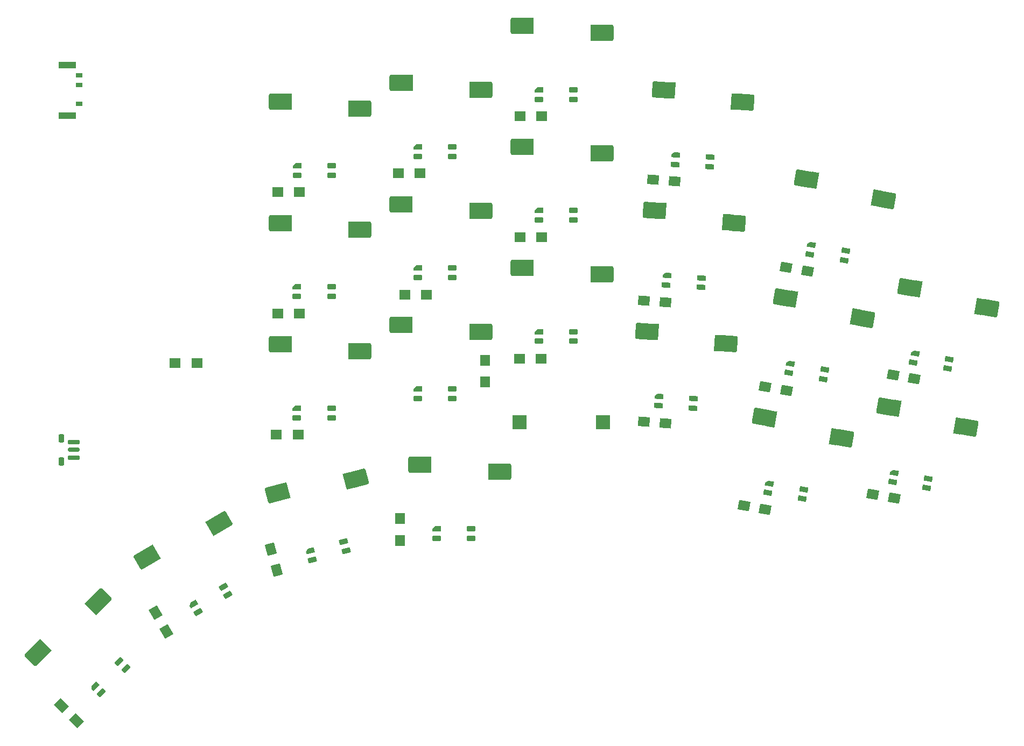
<source format=gbp>
G04 #@! TF.GenerationSoftware,KiCad,Pcbnew,8.0.4-8.0.4-0~ubuntu22.04.1*
G04 #@! TF.CreationDate,2024-08-30T01:00:22+02:00*
G04 #@! TF.ProjectId,klor1_4,6b6c6f72-315f-4342-9e6b-696361645f70,v1.4.0 LP KS33*
G04 #@! TF.SameCoordinates,Original*
G04 #@! TF.FileFunction,Paste,Bot*
G04 #@! TF.FilePolarity,Positive*
%FSLAX46Y46*%
G04 Gerber Fmt 4.6, Leading zero omitted, Abs format (unit mm)*
G04 Created by KiCad (PCBNEW 8.0.4-8.0.4-0~ubuntu22.04.1) date 2024-08-30 01:00:22*
%MOMM*%
%LPD*%
G01*
G04 APERTURE LIST*
G04 Aperture macros list*
%AMRoundRect*
0 Rectangle with rounded corners*
0 $1 Rounding radius*
0 $2 $3 $4 $5 $6 $7 $8 $9 X,Y pos of 4 corners*
0 Add a 4 corners polygon primitive as box body*
4,1,4,$2,$3,$4,$5,$6,$7,$8,$9,$2,$3,0*
0 Add four circle primitives for the rounded corners*
1,1,$1+$1,$2,$3*
1,1,$1+$1,$4,$5*
1,1,$1+$1,$6,$7*
1,1,$1+$1,$8,$9*
0 Add four rect primitives between the rounded corners*
20,1,$1+$1,$2,$3,$4,$5,0*
20,1,$1+$1,$4,$5,$6,$7,0*
20,1,$1+$1,$6,$7,$8,$9,0*
20,1,$1+$1,$8,$9,$2,$3,0*%
%AMRotRect*
0 Rectangle, with rotation*
0 The origin of the aperture is its center*
0 $1 length*
0 $2 width*
0 $3 Rotation angle, in degrees counterclockwise*
0 Add horizontal line*
21,1,$1,$2,0,0,$3*%
%AMFreePoly0*
4,1,18,-0.410000,0.593000,-0.403758,0.624380,-0.385983,0.650983,-0.359380,0.668758,-0.328000,0.675000,0.000000,0.675000,0.410000,0.265000,0.410000,-0.593000,0.403758,-0.624380,0.385983,-0.650983,0.359380,-0.668758,0.328000,-0.675000,-0.328000,-0.675000,-0.359380,-0.668758,-0.385983,-0.650983,-0.403758,-0.624380,-0.410000,-0.593000,-0.410000,0.593000,-0.410000,0.593000,$1*%
G04 Aperture macros list end*
%ADD10RoundRect,0.082000X0.651245X0.187383X0.187383X0.651245X-0.651245X-0.187383X-0.187383X-0.651245X0*%
%ADD11FreePoly0,135.000000*%
%ADD12RoundRect,0.255000X0.035355X1.477853X-1.477853X-0.035355X-0.035355X-1.477853X1.477853X0.035355X0*%
%ADD13RotRect,1.200000X2.550000X45.000000*%
%ADD14RotRect,1.200000X2.550000X225.000000*%
%ADD15RoundRect,0.082000X0.593000X-0.328000X0.593000X0.328000X-0.593000X0.328000X-0.593000X-0.328000X0*%
%ADD16FreePoly0,90.000000*%
%ADD17RoundRect,0.255000X1.070000X1.020000X-1.070000X1.020000X-1.070000X-1.020000X1.070000X-1.020000X0*%
%ADD18R,1.200000X2.550000*%
%ADD19RoundRect,0.082000X0.568675X-0.368567X0.614436X0.285835X-0.568675X0.368567X-0.614436X-0.285835X0*%
%ADD20FreePoly0,86.000000*%
%ADD21RoundRect,0.255000X1.138545X0.942876X-0.996242X1.092155X-1.138545X-0.942876X0.996242X-1.092155X0*%
%ADD22RotRect,1.200000X2.550000X356.000000*%
%ADD23RotRect,1.200000X2.550000X176.000000*%
%ADD24RotRect,1.800000X1.500000X350.000000*%
%ADD25R,1.800000X1.500000*%
%ADD26RotRect,1.800000X1.500000X356.000000*%
%ADD27RoundRect,0.082000X0.657687X-0.163344X0.487901X0.470303X-0.657687X0.163344X-0.487901X-0.470303X0*%
%ADD28FreePoly0,105.000000*%
%ADD29RoundRect,0.255000X0.769545X1.262181X-1.297536X0.708308X-0.769545X-1.262181X1.297536X-0.708308X0*%
%ADD30RotRect,1.200000X2.550000X15.000000*%
%ADD31RotRect,1.200000X2.550000X195.000000*%
%ADD32RoundRect,0.082000X0.527034X-0.425990X0.640948X0.220044X-0.527034X0.425990X-0.640948X-0.220044X0*%
%ADD33FreePoly0,80.000000*%
%ADD34RoundRect,0.255000X1.230865X0.818700X-0.876623X1.190307X-1.230865X-0.818700X0.876623X-1.190307X0*%
%ADD35RotRect,1.200000X2.550000X350.000000*%
%ADD36RotRect,1.200000X2.550000X170.000000*%
%ADD37RotRect,1.800000X1.500000X105.000000*%
%ADD38R,2.200000X2.200000*%
%ADD39RotRect,1.800000X1.500000X120.000000*%
%ADD40RoundRect,0.187500X-0.712500X0.187500X-0.712500X-0.187500X0.712500X-0.187500X0.712500X0.187500X0*%
%ADD41RoundRect,0.150000X-0.750000X0.150000X-0.750000X-0.150000X0.750000X-0.150000X0.750000X0.150000X0*%
%ADD42RoundRect,0.225000X-0.225000X0.425000X-0.225000X-0.425000X0.225000X-0.425000X0.225000X0.425000X0*%
%ADD43RoundRect,0.082000X0.677553X0.012444X0.349553X0.580556X-0.677553X-0.012444X-0.349553X-0.580556X0*%
%ADD44FreePoly0,120.000000*%
%ADD45RoundRect,0.255000X0.416647X1.418346X-1.436647X0.348346X-0.416647X-1.418346X1.436647X-0.348346X0*%
%ADD46RotRect,1.200000X2.550000X30.000000*%
%ADD47RotRect,1.200000X2.550000X210.000000*%
%ADD48RotRect,1.800000X1.500000X135.000000*%
%ADD49R,1.500000X1.800000*%
%ADD50R,1.000000X0.700000*%
%ADD51R,2.800000X1.000000*%
G04 APERTURE END LIST*
D10*
X90348931Y-154011207D03*
D11*
X86495199Y-157864939D03*
D10*
X87555859Y-158925599D03*
X91409591Y-155071867D03*
D12*
X77196097Y-152947175D03*
D13*
X78394643Y-151748629D03*
D14*
X86278883Y-145349313D03*
D12*
X87477429Y-144150767D03*
D15*
X145728074Y-133072842D03*
D16*
X140278074Y-133072842D03*
D15*
X140278074Y-134572842D03*
X145728074Y-134572842D03*
D17*
X137180000Y-123020000D03*
D18*
X138875000Y-123020000D03*
X148975000Y-124070000D03*
D17*
X150670000Y-124070000D03*
D19*
X183301338Y-74590917D03*
D20*
X177864614Y-74210745D03*
D19*
X177759980Y-75707091D03*
X183196704Y-76087262D03*
D21*
X175475338Y-63966280D03*
D22*
X177166209Y-64084517D03*
D23*
X187168362Y-65836500D03*
D21*
X188859233Y-65954737D03*
D24*
X191951654Y-110709596D03*
X195300000Y-111300000D03*
D25*
X135297000Y-96197000D03*
X138697000Y-96197000D03*
D26*
X172900000Y-116200000D03*
X176291718Y-116437172D03*
D27*
X125639626Y-135096619D03*
D28*
X120375331Y-136507183D03*
D27*
X120763559Y-137956072D03*
X126027855Y-136545508D03*
D29*
X114780954Y-127598724D03*
D30*
X116418198Y-127160026D03*
D31*
X126445809Y-125560175D03*
D29*
X128083053Y-125121477D03*
D15*
X161814473Y-82978102D03*
D16*
X156364473Y-82978102D03*
D15*
X156364473Y-84478102D03*
X161814473Y-84478102D03*
D17*
X153266399Y-72925260D03*
D18*
X154961399Y-72925260D03*
X165061399Y-73975260D03*
D17*
X166756399Y-73975260D03*
D32*
X220889828Y-106396856D03*
D33*
X215522625Y-105450473D03*
D32*
X215262153Y-106927685D03*
X220629355Y-107874068D03*
D34*
X214217276Y-95012382D03*
D35*
X215886525Y-95306714D03*
D36*
X225650753Y-98094610D03*
D34*
X227320002Y-98388944D03*
D37*
X115126992Y-139581074D03*
X114247008Y-136296926D03*
D38*
X153295000Y-116290000D03*
X166495000Y-116290000D03*
D19*
X180681338Y-112600917D03*
D20*
X175244614Y-112220745D03*
D19*
X175139980Y-113717091D03*
X180576704Y-114097262D03*
D21*
X172855338Y-101976280D03*
D22*
X174546209Y-102094517D03*
D23*
X184548362Y-103846500D03*
D21*
X186239233Y-103964737D03*
D15*
X123765105Y-94987582D03*
D16*
X118315105Y-94987582D03*
D15*
X118315105Y-96487582D03*
X123765105Y-96487582D03*
D17*
X115217031Y-84934740D03*
D18*
X116912031Y-84934740D03*
X127012031Y-85984740D03*
D17*
X128707031Y-85984740D03*
D25*
X153300000Y-106300000D03*
X156700000Y-106300000D03*
D32*
X217609828Y-125196856D03*
D33*
X212242625Y-124250473D03*
D32*
X211982153Y-125727685D03*
X217349355Y-126674068D03*
D34*
X210937276Y-113812382D03*
D35*
X212606525Y-114106714D03*
D36*
X222370753Y-116894610D03*
D34*
X224040002Y-117188944D03*
D25*
X115300000Y-99200000D03*
X118700000Y-99200000D03*
D15*
X123748074Y-114102842D03*
D16*
X118298074Y-114102842D03*
D15*
X118298074Y-115602842D03*
X123748074Y-115602842D03*
D17*
X115200000Y-104050000D03*
D18*
X116895000Y-104050000D03*
X126995000Y-105100000D03*
D17*
X128690000Y-105100000D03*
D24*
X195251654Y-91909596D03*
X198600000Y-92500000D03*
D39*
X97818000Y-149232486D03*
X96118000Y-146288000D03*
D15*
X123788074Y-75932842D03*
D16*
X118338074Y-75932842D03*
D15*
X118338074Y-77432842D03*
X123788074Y-77432842D03*
D17*
X115240000Y-65880000D03*
D18*
X116935000Y-65880000D03*
X127035000Y-66930000D03*
D17*
X128730000Y-66930000D03*
D19*
X181941338Y-93570917D03*
D20*
X176504614Y-93190745D03*
D19*
X176399980Y-94687091D03*
X181836704Y-95067262D03*
D21*
X174115338Y-82946280D03*
D22*
X175806209Y-83064517D03*
D23*
X185808362Y-84816500D03*
D21*
X187499233Y-84934737D03*
D40*
X83209995Y-119435008D03*
X83209995Y-121885008D03*
D41*
X83209995Y-120660008D03*
D42*
X81259995Y-118810008D03*
X81259995Y-122510008D03*
D24*
X212080827Y-108874798D03*
X215429173Y-109465202D03*
D25*
X134300000Y-77100000D03*
X137700000Y-77100000D03*
X153400000Y-68100000D03*
X156800000Y-68100000D03*
X153379000Y-87185000D03*
X156779000Y-87185000D03*
D24*
X188625827Y-129404798D03*
X191974173Y-129995202D03*
D25*
X99180000Y-106960000D03*
X102580000Y-106960000D03*
D15*
X161828074Y-63972842D03*
D16*
X156378074Y-63972842D03*
D15*
X156378074Y-65472842D03*
X161828074Y-65472842D03*
D17*
X153280000Y-53920000D03*
D18*
X154975000Y-53920000D03*
X165075000Y-54970000D03*
D17*
X166770000Y-54970000D03*
D43*
X106735198Y-142203097D03*
D44*
X102015359Y-144928097D03*
D43*
X102765359Y-146227136D03*
X107485198Y-143502136D03*
D45*
X94305928Y-137771118D03*
D46*
X95773841Y-136923618D03*
D47*
X105045697Y-132782945D03*
D45*
X106513610Y-131935445D03*
D32*
X198019828Y-126876856D03*
D33*
X192652625Y-125930473D03*
D32*
X192392153Y-127407685D03*
X197759355Y-128354068D03*
D34*
X191347276Y-115492382D03*
D35*
X193016525Y-115786714D03*
D36*
X202780753Y-118574610D03*
D34*
X204450002Y-118868944D03*
D26*
X172908282Y-97162828D03*
X176300000Y-97400000D03*
D15*
X142764473Y-111050699D03*
D16*
X137314473Y-111050699D03*
D15*
X137314473Y-112550699D03*
X142764473Y-112550699D03*
D17*
X134216399Y-100997857D03*
D18*
X135911399Y-100997857D03*
X146011399Y-102047857D03*
D17*
X147706399Y-102047857D03*
D15*
X142778074Y-92032842D03*
D16*
X137328074Y-92032842D03*
D15*
X137328074Y-93532842D03*
X142778074Y-93532842D03*
D17*
X134230000Y-81980000D03*
D18*
X135925000Y-81980000D03*
X146025000Y-83030000D03*
D17*
X147720000Y-83030000D03*
D26*
X174300000Y-78100000D03*
X177691718Y-78337172D03*
D48*
X83679164Y-163304164D03*
X81275000Y-160900000D03*
D49*
X147895000Y-109980000D03*
X147895000Y-106580000D03*
D32*
X204629828Y-89316856D03*
D33*
X199262625Y-88370473D03*
D32*
X199002153Y-89847685D03*
X204369355Y-90794068D03*
D34*
X197957276Y-77932382D03*
D35*
X199626525Y-78226714D03*
D36*
X209390753Y-81014610D03*
D34*
X211060002Y-81308944D03*
D25*
X115300000Y-80100000D03*
X118700000Y-80100000D03*
D50*
X84101228Y-66176228D03*
X84101228Y-63176228D03*
X84101228Y-61676228D03*
D51*
X82201228Y-60076228D03*
X82201228Y-68026228D03*
D25*
X115100000Y-118290000D03*
X118500000Y-118290000D03*
D24*
X208900827Y-127684798D03*
X212249173Y-128275202D03*
D15*
X161814473Y-102050699D03*
D16*
X156364473Y-102050699D03*
D15*
X156364473Y-103550699D03*
X161814473Y-103550699D03*
D17*
X153266399Y-91997857D03*
D18*
X154961399Y-91997857D03*
X165061399Y-93047857D03*
D17*
X166756399Y-93047857D03*
D32*
X201306893Y-108014410D03*
D33*
X195939690Y-107068027D03*
D32*
X195679218Y-108545239D03*
X201046420Y-109491622D03*
D34*
X194634341Y-96629936D03*
D35*
X196303590Y-96924268D03*
D36*
X206067818Y-99712164D03*
D34*
X207737067Y-100006498D03*
D15*
X142788074Y-72952842D03*
D16*
X137338074Y-72952842D03*
D15*
X137338074Y-74452842D03*
X142788074Y-74452842D03*
D17*
X134240000Y-62900000D03*
D18*
X135935000Y-62900000D03*
X146035000Y-63950000D03*
D17*
X147730000Y-63950000D03*
D49*
X134545000Y-134900000D03*
X134545000Y-131500000D03*
M02*

</source>
